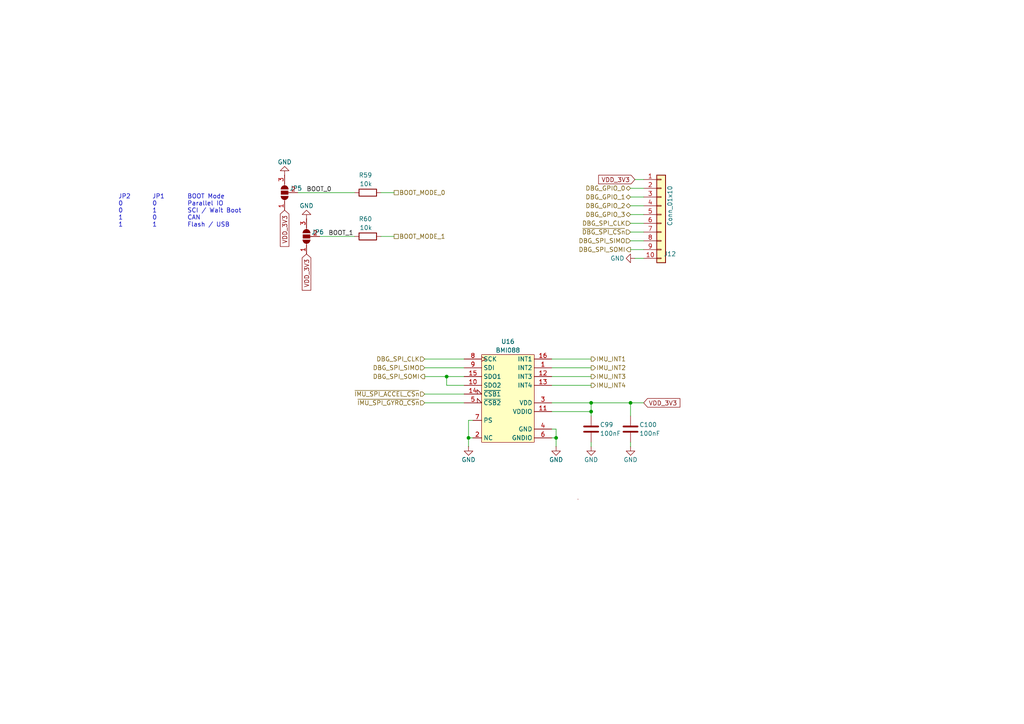
<source format=kicad_sch>
(kicad_sch (version 20231120) (generator "eeschema") (generator_version "8.0")
  (paper "A4")
  (title_block (title "Open MOtor DRiver Initiative (OMODRI)") (date "2022-11-24") (rev "3.0") (company "LAAS/CNRS"))
  (lib_symbols
    (symbol "Connector_Generic:Conn_01x10" (pin_names (offset 1.016) hide)
      (property "Reference" "J" (at 0 12.7 0))
      (property "Value" "Conn_01x10" (at 0 -15.24 0))
      (symbol "Conn_01x10_1_1"
        (rectangle (start -1.27 -12.573) (end 0 -12.827) (stroke (width 0.1524)))
        (rectangle (start -1.27 -10.033) (end 0 -10.287) (stroke (width 0.1524)))
        (rectangle (start -1.27 -7.493) (end 0 -7.747) (stroke (width 0.1524)))
        (rectangle (start -1.27 -4.953) (end 0 -5.207) (stroke (width 0.1524)))
        (rectangle (start -1.27 -2.413) (end 0 -2.667) (stroke (width 0.1524)))
        (rectangle (start -1.27 0.127) (end 0 -0.127) (stroke (width 0.1524)))
        (rectangle (start -1.27 2.667) (end 0 2.413) (stroke (width 0.1524)))
        (rectangle (start -1.27 5.207) (end 0 4.953) (stroke (width 0.1524)))
        (rectangle (start -1.27 7.747) (end 0 7.493) (stroke (width 0.1524)))
        (rectangle (start -1.27 10.287) (end 0 10.033) (stroke (width 0.1524)))
        (rectangle (start -1.27 11.43) (end 1.27 -13.97) (stroke (width 0.254)) (fill (type background)))
        (pin passive line (at -5.08 10.16 0) (length 3.81) (name "Pin_1") (number "1"))
        (pin passive line (at -5.08 -12.7 0) (length 3.81) (name "Pin_10") (number "10"))
        (pin passive line (at -5.08 7.62 0) (length 3.81) (name "Pin_2") (number "2"))
        (pin passive line (at -5.08 5.08 0) (length 3.81) (name "Pin_3") (number "3"))
        (pin passive line (at -5.08 2.54 0) (length 3.81) (name "Pin_4") (number "4"))
        (pin passive line (at -5.08 0 0) (length 3.81) (name "Pin_5") (number "5"))
        (pin passive line (at -5.08 -2.54 0) (length 3.81) (name "Pin_6") (number "6"))
        (pin passive line (at -5.08 -5.08 0) (length 3.81) (name "Pin_7") (number "7"))
        (pin passive line (at -5.08 -7.62 0) (length 3.81) (name "Pin_8") (number "8"))
        (pin passive line (at -5.08 -10.16 0) (length 3.81) (name "Pin_9") (number "9"))
      )
    )
    (symbol "Device:C" (pin_numbers hide) (pin_names (offset 0.254))
      (property "Reference" "C" (at 0.635 2.54 0))
      (property "Value" "C" (at 0.635 -2.54 0))
      (symbol "C_0_1"
        (polyline (pts (xy -2.032 -0.762) (xy 2.032 -0.762)) (stroke (width 0.508)))
        (polyline (pts (xy -2.032 0.762) (xy 2.032 0.762)) (stroke (width 0.508)))
      )
      (symbol "C_1_1"
        (pin passive line (at 0 3.81 270) (length 2.794) (name "~") (number "1"))
        (pin passive line (at 0 -3.81 90) (length 2.794) (name "~") (number "2"))
      )
    )
    (symbol "Device:R" (pin_numbers hide) (pin_names (offset 0))
      (property "Reference" "R" (at 2.032 0 90))
      (property "Value" "R" (at 0 0 90))
      (symbol "R_0_1"
        (rectangle (start -1.016 -2.54) (end 1.016 2.54) (stroke (width 0.254)))
      )
      (symbol "R_1_1"
        (pin passive line (at 0 3.81 270) (length 1.27) (name "~") (number "1"))
        (pin passive line (at 0 -3.81 90) (length 1.27) (name "~") (number "2"))
      )
    )
    (symbol "Jumper:SolderJumper_3_Open" (pin_names (offset 0) hide)
      (property "Reference" "JP" (at -2.54 -2.54 0))
      (property "Value" "SolderJumper_3_Open" (at 0 2.794 0))
      (symbol "SolderJumper_3_Open_0_1"
        (arc (start -1.016 1.016) (mid -2.0276 0) (end -1.016 -1.016))
        (arc (start -1.016 1.016) (mid -2.0276 0) (end -1.016 -1.016) (fill (type outline)))
        (rectangle (start -0.508 1.016) (end 0.508 -1.016) (fill (type outline)))
        (polyline (pts (xy -2.54 0) (xy -2.032 0)))
        (polyline (pts (xy -1.016 1.016) (xy -1.016 -1.016)))
        (polyline (pts (xy 0 -1.27) (xy 0 -1.016)))
        (polyline (pts (xy 1.016 1.016) (xy 1.016 -1.016)))
        (polyline (pts (xy 2.54 0) (xy 2.032 0)))
        (arc (start 1.016 -1.016) (mid 2.0276 0) (end 1.016 1.016))
        (arc (start 1.016 -1.016) (mid 2.0276 0) (end 1.016 1.016) (fill (type outline)))
      )
      (symbol "SolderJumper_3_Open_1_1"
        (pin passive line (at -5.08 0 0) (length 2.54) (name "A") (number "1"))
        (pin passive line (at 0 -3.81 90) (length 2.54) (name "C") (number "2"))
        (pin passive line (at 5.08 0 180) (length 2.54) (name "B") (number "3"))
      )
    )
    (symbol "omodri_lib:BMI088"
      (property "Reference" "U" (at 0 16.51 0))
      (property "Value" "BMI088" (at 0 13.97 0))
      (symbol "BMI088_0_1"
        (rectangle (start -7.62 12.7) (end 7.62 -12.7) (stroke (width 0.1524)) (fill (type background)))
        (rectangle (start 20.32 -29.21) (end 20.32 -29.21) (stroke (width 0.1524)))
        (rectangle (start 20.32 -29.21) (end 20.32 -29.21) (stroke (width 0.1524)))
      )
      (symbol "BMI088_1_1"
        (pin bidirectional line (at 12.7 8.89 180) (length 5.08) (name "INT2") (number "1"))
        (pin tri_state line (at -12.7 3.81 0) (length 5.08) (name "SDO2") (number "10"))
        (pin power_in line (at 12.7 -3.81 180) (length 5.08) (name "VDDIO") (number "11"))
        (pin bidirectional line (at 12.7 6.35 180) (length 5.08) (name "INT3") (number "12"))
        (pin bidirectional line (at 12.7 3.81 180) (length 5.08) (name "INT4") (number "13"))
        (pin input input_low (at -12.7 1.27 0) (length 5.08) (name "~{CSB1}") (number "14"))
        (pin tri_state line (at -12.7 6.35 0) (length 5.08) (name "SDO1") (number "15"))
        (pin bidirectional line (at 12.7 11.43 180) (length 5.08) (name "INT1") (number "16"))
        (pin passive line (at -10.16 -11.43 0) (length 2.54) (name "NC") (number "2"))
        (pin power_in line (at 12.7 -1.27 180) (length 5.08) (name "VDD") (number "3"))
        (pin passive line (at 12.7 -8.89 180) (length 5.08) (name "GND") (number "4"))
        (pin input input_low (at -12.7 -1.27 0) (length 5.08) (name "~{CSB2}") (number "5"))
        (pin passive line (at 12.7 -11.43 180) (length 5.08) (name "GNDIO") (number "6"))
        (pin passive line (at -10.16 -6.35 0) (length 2.54) (name "PS") (number "7"))
        (pin input clock (at -12.7 11.43 0) (length 5.08) (name "SCK") (number "8"))
        (pin input line (at -12.7 8.89 0) (length 5.08) (name "SDI") (number "9"))
      )
    )
    (symbol "power:GND" (power) (pin_numbers hide) (pin_names (offset 0) hide)
      (property "Value" "GND" (at 0 -3.81 0))
      (symbol "GND_0_1"
        (polyline (pts (xy 0 0) (xy 0 -1.27) (xy 1.27 -1.27) (xy 0 -2.54) (xy -1.27 -1.27) (xy 0 -1.27)))
      )
      (symbol "GND_1_1"
        (pin power_in line (at 0 0 270) (length 0) (name "~") (number "1"))
      )
    )
  )
  (junction (at 161.29 127))
  (junction (at 171.45 119.38))
  (junction (at 182.88 116.84))
  (junction (at 135.89 127))
  (junction (at 171.45 116.84))
  (junction (at 129.54 109.22))
  (wire (pts (xy 129.54 111.76) (xy 129.54 109.22)))
  (wire (pts (xy 92.71 68.58) (xy 102.87 68.58)))
  (wire (pts (xy 186.69 64.77) (xy 182.88 64.77)))
  (wire (pts (xy 123.19 109.22) (xy 129.54 109.22)))
  (wire (pts (xy 186.69 59.69) (xy 182.88 59.69)))
  (wire (pts (xy 160.02 104.14) (xy 171.45 104.14)))
  (wire (pts (xy 171.45 116.84) (xy 171.45 119.38)))
  (wire (pts (xy 186.69 74.93) (xy 184.15 74.93)))
  (wire (pts (xy 86.36 55.88) (xy 102.87 55.88)))
  (wire (pts (xy 160.02 109.22) (xy 171.45 109.22)))
  (wire (pts (xy 134.62 111.76) (xy 129.54 111.76)))
  (wire (pts (xy 110.49 55.88) (xy 114.3 55.88)))
  (wire (pts (xy 160.02 111.76) (xy 171.45 111.76)))
  (wire (pts (xy 182.88 116.84) (xy 186.69 116.84)))
  (wire (pts (xy 137.16 121.92) (xy 135.89 121.92)))
  (wire (pts (xy 184.15 52.07) (xy 186.69 52.07)))
  (wire (pts (xy 160.02 116.84) (xy 171.45 116.84)))
  (wire (pts (xy 123.19 104.14) (xy 134.62 104.14)))
  (wire (pts (xy 160.02 124.46) (xy 161.29 124.46)))
  (wire (pts (xy 182.88 116.84) (xy 182.88 120.65)))
  (wire (pts (xy 182.88 129.54) (xy 182.88 128.27)))
  (wire (pts (xy 161.29 127) (xy 161.29 129.54)))
  (wire (pts (xy 160.02 106.68) (xy 171.45 106.68)))
  (wire (pts (xy 135.89 127) (xy 135.89 129.54)))
  (wire (pts (xy 160.02 127) (xy 161.29 127)))
  (wire (pts (xy 135.89 127) (xy 137.16 127)))
  (wire (pts (xy 186.69 57.15) (xy 182.88 57.15)))
  (wire (pts (xy 110.49 68.58) (xy 114.3 68.58)))
  (wire (pts (xy 123.19 116.84) (xy 134.62 116.84)))
  (wire (pts (xy 123.19 106.68) (xy 134.62 106.68)))
  (wire (pts (xy 123.19 114.3) (xy 134.62 114.3)))
  (wire (pts (xy 186.69 72.39) (xy 182.88 72.39)))
  (wire (pts (xy 160.02 119.38) (xy 171.45 119.38)))
  (wire (pts (xy 171.45 119.38) (xy 171.45 120.65)))
  (wire (pts (xy 161.29 124.46) (xy 161.29 127)))
  (wire (pts (xy 171.45 129.54) (xy 171.45 128.27)))
  (wire (pts (xy 186.69 69.85) (xy 182.88 69.85)))
  (wire (pts (xy 186.69 54.61) (xy 182.88 54.61)))
  (wire (pts (xy 171.45 116.84) (xy 182.88 116.84)))
  (wire (pts (xy 186.69 62.23) (xy 182.88 62.23)))
  (wire (pts (xy 135.89 121.92) (xy 135.89 127)))
  (wire (pts (xy 129.54 109.22) (xy 134.62 109.22)))
  (wire (pts (xy 186.69 67.31) (xy 182.88 67.31)))
  (text "JP2		JP1		BOOT Mode\n0		0		Parallel IO\n0		1		SCI / Wait Boot\n1		0		CAN\n1		1		Flash / USB" (at 34.29 66.04 0) (effects (font (size 1.27 1.27)) (justify left bottom)))
  (label "BOOT_1" (at 95.25 68.58 0))
  (label "BOOT_0" (at 88.9 55.88 0))
  (global_label "VDD_3V3" (shape input) (at 88.9 73.66 270) (property "Intersheetrefs" "${INTERSHEET_REFS}" (effects (hide yes))) (property "Références Inter-Feuilles" "${INTERSHEET_REFS}" (effects (hide yes))))
  (global_label "VDD_3V3" (shape input) (at 82.55 60.96 270) (property "Intersheetrefs" "${INTERSHEET_REFS}" (effects (hide yes))) (property "Références Inter-Feuilles" "${INTERSHEET_REFS}" (effects (hide yes))))
  (global_label "VDD_3V3" (shape input) (at 184.15 52.07 180) (property "Intersheetrefs" "${INTERSHEET_REFS}" (effects (hide yes))) (property "Références Inter-Feuilles" "${INTERSHEET_REFS}" (effects (hide yes))))
  (global_label "VDD_3V3" (shape input) (at 186.69 116.84 0) (property "Intersheetrefs" "${INTERSHEET_REFS}" (effects (hide yes))))
  (hierarchical_label "IMU_INT3" (shape output) (at 171.45 109.22 0))
  (hierarchical_label "IMU_INT4" (shape output) (at 171.45 111.76 0))
  (hierarchical_label "~{DBG_SPI_CSn}" (shape input) (at 182.88 67.31 180))
  (hierarchical_label "DBG_SPI_SOMI" (shape output) (at 182.88 72.39 180))
  (hierarchical_label "DBG_SPI_SIMO" (shape input) (at 123.19 106.68 180))
  (hierarchical_label "DBG_SPI_SIMO" (shape input) (at 182.88 69.85 180))
  (hierarchical_label "DBG_GPIO_0" (shape bidirectional) (at 182.88 54.61 180))
  (hierarchical_label "IMU_INT1" (shape output) (at 171.45 104.14 0))
  (hierarchical_label "BOOT_MODE_1" (shape passive) (at 114.3 68.58 0))
  (hierarchical_label "DBG_SPI_CLK" (shape input) (at 123.19 104.14 180))
  (hierarchical_label "IMU_INT2" (shape output) (at 171.45 106.68 0))
  (hierarchical_label "DBG_SPI_SOMI" (shape output) (at 123.19 109.22 180))
  (hierarchical_label "DBG_SPI_CLK" (shape input) (at 182.88 64.77 180))
  (hierarchical_label "BOOT_MODE_0" (shape passive) (at 114.3 55.88 0))
  (hierarchical_label "DBG_GPIO_3" (shape bidirectional) (at 182.88 62.23 180))
  (hierarchical_label "DBG_GPIO_1" (shape bidirectional) (at 182.88 57.15 180))
  (hierarchical_label "DBG_GPIO_2" (shape bidirectional) (at 182.88 59.69 180))
  (hierarchical_label "~{IMU_SPI_GYRO_CSn}" (shape input) (at 123.19 116.84 180))
  (hierarchical_label "~{IMU_SPI_ACCEL_CSn}" (shape input) (at 123.19 114.3 180))
  (symbol (lib_id "power:GND") (at 161.29 129.54 0) (unit 1)
    (property "Reference" "#PWR0149" (effects (hide yes)))
    (property "Value" "GND" (at 161.29 133.35 0))
    (property "Description" "Power symbol creates a global label with name \"GND\" , ground" (effects (hide yes)))
  )
  (symbol (lib_id "power:GND") (at 135.89 129.54 0) (unit 1)
    (property "Reference" "#PWR0148" (effects (hide yes)))
    (property "Value" "GND" (at 135.89 133.35 0))
    (property "Description" "Power symbol creates a global label with name \"GND\" , ground" (effects (hide yes)))
  )
  (symbol (lib_id "power:GND") (at 88.9 63.5 180) (unit 1)
    (property "Reference" "#PWR0146" (effects (hide yes)))
    (property "Value" "GND" (at 88.9 59.69 0))
    (property "Description" "Power symbol creates a global label with name \"GND\" , ground" (effects (hide yes)))
  )
  (symbol (lib_id "Device:C") (at 182.88 124.46 0) (unit 1)
    (property "Reference" "C100" (at 185.42 123.19 0) (effects (justify left)))
    (property "Value" "100nF" (at 185.42 125.73 0) (effects (justify left)))
    (property "Footprint" "Capacitor_SMD:C_0201_0603Metric" (effects (hide yes)))
    (property "Description" "Unpolarized capacitor" (effects (hide yes)))
    (property "DigiKey" "490-12686-1-ND" (effects (hide yes)))
    (property "Farnell" "2990693" (effects (hide yes)))
    (property "Mouser" "81-GRM033R61E104KE4D" (effects (hide yes)))
    (property "Part No" "GRM033R61E104KE14D" (effects (hide yes)))
    (property "Rated Voltage" "25V" (effects (hide yes)))
    (property "LCSC" "C76939" (effects (hide yes)))
  )
  (symbol (lib_id "power:GND") (at 184.15 74.93 270) (unit 1)
    (property "Reference" "#PWR0147" (effects (hide yes)))
    (property "Value" "GND" (at 179.07 74.93 90))
    (property "Description" "Power symbol creates a global label with name \"GND\" , ground" (effects (hide yes)))
  )
  (symbol (lib_id "power:GND") (at 182.88 129.54 0) (unit 1)
    (property "Reference" "#PWR0151" (effects (hide yes)))
    (property "Value" "GND" (at 182.88 133.35 0))
    (property "Description" "Power symbol creates a global label with name \"GND\" , ground" (effects (hide yes)))
  )
  (symbol (lib_id "power:GND") (at 171.45 129.54 0) (unit 1)
    (property "Reference" "#PWR0150" (effects (hide yes)))
    (property "Value" "GND" (at 171.45 133.35 0))
    (property "Description" "Power symbol creates a global label with name \"GND\" , ground" (effects (hide yes)))
  )
  (symbol (lib_id "omodri_lib:BMI088") (at 147.32 115.57 0) (unit 1)
    (property "Reference" "U16" (at 147.32 99.06 0))
    (property "Value" "BMI088" (at 147.32 101.6 0))
    (property "Footprint" "udriver3:Bosch_LGA-16_4.5x3.0mm_P0.5mm" (effects (hide yes)))
    (property "Datasheet" "https://www.bosch-sensortec.com/media/boschsensortec/downloads/datasheets/bst-bmi088-ds001.pdf" (effects (hide yes)))
    (property "DigiKey" "828-1082-2-ND" (effects (hide yes)))
    (property "Mouser" "262-BMI088" (effects (hide yes)))
    (property "Part No" "BMI088" (effects (hide yes)))
    (property "LCSC" "C194919" (effects (hide yes)))
  )
  (symbol (lib_id "Connector_Generic:Conn_01x10") (at 191.77 62.23 0) (unit 1)
    (property "Reference" "J12" (at 194.31 73.66 0))
    (property "Value" "Conn_01x10" (at 194.31 59.69 90))
    (property "Footprint" "udriver3:Hirose_DF13-10P-1.25DSA_1x10_P1.25mm_Vertical" (effects (hide yes)))
    (property "Description" "Generic connector, single row, 01x10, script generated (kicad-library-utils/schlib/autogen/connector/)" (effects (hide yes)))
    (property "DigiKey" "H2198-ND" (effects (hide yes)))
    (property "Mouser" "798-DF13-10P-1.25DSA" (effects (hide yes)))
    (property "Part No" "DF13-10P-1.25DSA" (effects (hide yes)))
    (property "RS" "188-6354" (effects (hide yes)))
    (property "LCSC" "C531028" (effects (hide yes)))
  )
  (symbol (lib_id "Device:C") (at 171.45 124.46 0) (unit 1)
    (property "Reference" "C99" (at 173.99 123.19 0) (effects (justify left)))
    (property "Value" "100nF" (at 173.99 125.73 0) (effects (justify left)))
    (property "Footprint" "Capacitor_SMD:C_0201_0603Metric" (effects (hide yes)))
    (property "Description" "Unpolarized capacitor" (effects (hide yes)))
    (property "DigiKey" "490-12686-1-ND" (effects (hide yes)))
    (property "Farnell" "2990693" (effects (hide yes)))
    (property "Mouser" "81-GRM033R61E104KE4D" (effects (hide yes)))
    (property "Part No" "GRM033R61E104KE14D" (effects (hide yes)))
    (property "Rated Voltage" "25V" (effects (hide yes)))
    (property "LCSC" "C76939" (effects (hide yes)))
  )
  (symbol (lib_id "power:GND") (at 82.55 50.8 180) (unit 1)
    (property "Reference" "#PWR0145" (effects (hide yes)))
    (property "Value" "GND" (at 82.55 46.99 0))
    (property "Description" "Power symbol creates a global label with name \"GND\" , ground" (effects (hide yes)))
  )
  (symbol (lib_id "Jumper:SolderJumper_3_Open") (at 82.55 55.88 90) (unit 1) (in_bom no)
    (property "Reference" "JP5" (at 87.63 54.61 90) (effects (justify left)))
    (property "Value" "SolderJumper_3_Open" (effects (hide yes)))
    (property "Footprint" "udriver3:SolderJumper-3_P2.0mm_Open_TrianglePad1.0x1.5mm_NumberLabels" (effects (hide yes)))
    (property "Description" "Solder Jumper, 3-pole, open" (effects (hide yes)))
  )
  (symbol (lib_id "Jumper:SolderJumper_3_Open") (at 88.9 68.58 90) (unit 1) (in_bom no)
    (property "Reference" "JP6" (at 93.98 67.31 90) (effects (justify left)))
    (property "Value" "SolderJumper_3_Open" (effects (hide yes)))
    (property "Footprint" "udriver3:SolderJumper-3_P2.0mm_Open_TrianglePad1.0x1.5mm_NumberLabels" (effects (hide yes)))
    (property "Description" "Solder Jumper, 3-pole, open" (effects (hide yes)))
  )
  (symbol (lib_id "Device:R") (at 106.68 55.88 90) (unit 1)
    (property "Reference" "R59" (at 107.95 50.8 90) (effects (justify left)))
    (property "Value" "10k" (at 107.95 53.34 90) (effects (justify left)))
    (property "Footprint" "Resistor_SMD:R_0201_0603Metric" (effects (hide yes)))
    (property "Description" "Resistor" (effects (hide yes)))
    (property "DigiKey" "P122414CT-ND" (effects (hide yes)))
    (property "Farnell" "2302362" (effects (hide yes)))
    (property "Mouser" "667-ERJ-1GNF1002C" (effects (hide yes)))
    (property "Part No" "ERJ-1GNF1002C" (effects (hide yes)))
    (property "RS" "176-3597" (effects (hide yes)))
    (property "LCSC" "C9900024792" (effects (hide yes)))
  )
  (symbol (lib_id "Device:R") (at 106.68 68.58 90) (unit 1)
    (property "Reference" "R60" (at 107.95 63.5 90) (effects (justify left)))
    (property "Value" "10k" (at 107.95 66.04 90) (effects (justify left)))
    (property "Footprint" "Resistor_SMD:R_0201_0603Metric" (effects (hide yes)))
    (property "Description" "Resistor" (effects (hide yes)))
    (property "DigiKey" "P122414CT-ND" (effects (hide yes)))
    (property "Farnell" "2302362" (effects (hide yes)))
    (property "Mouser" "667-ERJ-1GNF1002C" (effects (hide yes)))
    (property "Part No" "ERJ-1GNF1002C" (effects (hide yes)))
    (property "RS" "176-3597" (effects (hide yes)))
    (property "LCSC" "C9900024792" (effects (hide yes)))
  )
)
</source>
